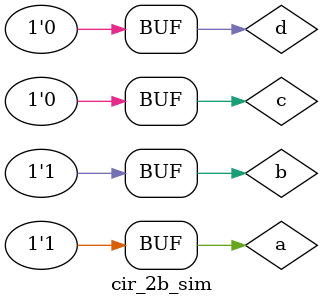
<source format=v>
`timescale 1ns / 1ps



module cir_2b_sim();
  reg a,b,c,d;
  wire F;

  cir_2b uut(.a(a), .b(b), .c(c), .d(d), .f(F));
  initial begin
    #100 a=0; b=0; c=1; d=1;
    #100 a=1; b=0; c=1; d=0;
    #100 a=1; b=1; c=0; d=0;
  end
endmodule

</source>
